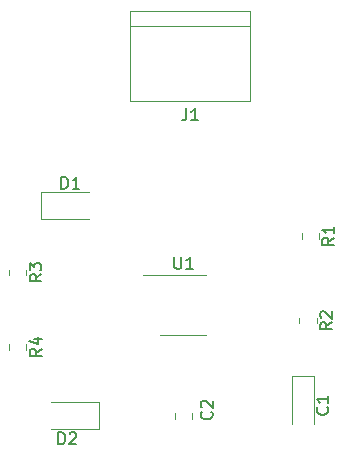
<source format=gbr>
%TF.GenerationSoftware,KiCad,Pcbnew,(7.0.0)*%
%TF.CreationDate,2023-02-16T14:42:30-08:00*%
%TF.ProjectId,Lab 4 E2,4c616220-3420-4453-922e-6b696361645f,rev?*%
%TF.SameCoordinates,Original*%
%TF.FileFunction,Legend,Top*%
%TF.FilePolarity,Positive*%
%FSLAX46Y46*%
G04 Gerber Fmt 4.6, Leading zero omitted, Abs format (unit mm)*
G04 Created by KiCad (PCBNEW (7.0.0)) date 2023-02-16 14:42:30*
%MOMM*%
%LPD*%
G01*
G04 APERTURE LIST*
%ADD10C,0.150000*%
%ADD11C,0.120000*%
G04 APERTURE END LIST*
D10*
%TO.C,D2*%
X47267905Y-60819380D02*
X47267905Y-59819380D01*
X47267905Y-59819380D02*
X47506000Y-59819380D01*
X47506000Y-59819380D02*
X47648857Y-59867000D01*
X47648857Y-59867000D02*
X47744095Y-59962238D01*
X47744095Y-59962238D02*
X47791714Y-60057476D01*
X47791714Y-60057476D02*
X47839333Y-60247952D01*
X47839333Y-60247952D02*
X47839333Y-60390809D01*
X47839333Y-60390809D02*
X47791714Y-60581285D01*
X47791714Y-60581285D02*
X47744095Y-60676523D01*
X47744095Y-60676523D02*
X47648857Y-60771761D01*
X47648857Y-60771761D02*
X47506000Y-60819380D01*
X47506000Y-60819380D02*
X47267905Y-60819380D01*
X48220286Y-59914619D02*
X48267905Y-59867000D01*
X48267905Y-59867000D02*
X48363143Y-59819380D01*
X48363143Y-59819380D02*
X48601238Y-59819380D01*
X48601238Y-59819380D02*
X48696476Y-59867000D01*
X48696476Y-59867000D02*
X48744095Y-59914619D01*
X48744095Y-59914619D02*
X48791714Y-60009857D01*
X48791714Y-60009857D02*
X48791714Y-60105095D01*
X48791714Y-60105095D02*
X48744095Y-60247952D01*
X48744095Y-60247952D02*
X48172667Y-60819380D01*
X48172667Y-60819380D02*
X48791714Y-60819380D01*
%TO.C,J1*%
X58086666Y-32387380D02*
X58086666Y-33101666D01*
X58086666Y-33101666D02*
X58039047Y-33244523D01*
X58039047Y-33244523D02*
X57943809Y-33339761D01*
X57943809Y-33339761D02*
X57800952Y-33387380D01*
X57800952Y-33387380D02*
X57705714Y-33387380D01*
X59086666Y-33387380D02*
X58515238Y-33387380D01*
X58800952Y-33387380D02*
X58800952Y-32387380D01*
X58800952Y-32387380D02*
X58705714Y-32530238D01*
X58705714Y-32530238D02*
X58610476Y-32625476D01*
X58610476Y-32625476D02*
X58515238Y-32673095D01*
%TO.C,C2*%
X60216142Y-58078666D02*
X60263761Y-58126285D01*
X60263761Y-58126285D02*
X60311380Y-58269142D01*
X60311380Y-58269142D02*
X60311380Y-58364380D01*
X60311380Y-58364380D02*
X60263761Y-58507237D01*
X60263761Y-58507237D02*
X60168523Y-58602475D01*
X60168523Y-58602475D02*
X60073285Y-58650094D01*
X60073285Y-58650094D02*
X59882809Y-58697713D01*
X59882809Y-58697713D02*
X59739952Y-58697713D01*
X59739952Y-58697713D02*
X59549476Y-58650094D01*
X59549476Y-58650094D02*
X59454238Y-58602475D01*
X59454238Y-58602475D02*
X59359000Y-58507237D01*
X59359000Y-58507237D02*
X59311380Y-58364380D01*
X59311380Y-58364380D02*
X59311380Y-58269142D01*
X59311380Y-58269142D02*
X59359000Y-58126285D01*
X59359000Y-58126285D02*
X59406619Y-58078666D01*
X59406619Y-57697713D02*
X59359000Y-57650094D01*
X59359000Y-57650094D02*
X59311380Y-57554856D01*
X59311380Y-57554856D02*
X59311380Y-57316761D01*
X59311380Y-57316761D02*
X59359000Y-57221523D01*
X59359000Y-57221523D02*
X59406619Y-57173904D01*
X59406619Y-57173904D02*
X59501857Y-57126285D01*
X59501857Y-57126285D02*
X59597095Y-57126285D01*
X59597095Y-57126285D02*
X59739952Y-57173904D01*
X59739952Y-57173904D02*
X60311380Y-57745332D01*
X60311380Y-57745332D02*
X60311380Y-57126285D01*
%TO.C,R4*%
X45837380Y-52739602D02*
X45361190Y-53072935D01*
X45837380Y-53311030D02*
X44837380Y-53311030D01*
X44837380Y-53311030D02*
X44837380Y-52930078D01*
X44837380Y-52930078D02*
X44885000Y-52834840D01*
X44885000Y-52834840D02*
X44932619Y-52787221D01*
X44932619Y-52787221D02*
X45027857Y-52739602D01*
X45027857Y-52739602D02*
X45170714Y-52739602D01*
X45170714Y-52739602D02*
X45265952Y-52787221D01*
X45265952Y-52787221D02*
X45313571Y-52834840D01*
X45313571Y-52834840D02*
X45361190Y-52930078D01*
X45361190Y-52930078D02*
X45361190Y-53311030D01*
X45170714Y-51882459D02*
X45837380Y-51882459D01*
X44789761Y-52120554D02*
X45504047Y-52358649D01*
X45504047Y-52358649D02*
X45504047Y-51739602D01*
%TO.C,R1*%
X70597380Y-43346666D02*
X70121190Y-43679999D01*
X70597380Y-43918094D02*
X69597380Y-43918094D01*
X69597380Y-43918094D02*
X69597380Y-43537142D01*
X69597380Y-43537142D02*
X69645000Y-43441904D01*
X69645000Y-43441904D02*
X69692619Y-43394285D01*
X69692619Y-43394285D02*
X69787857Y-43346666D01*
X69787857Y-43346666D02*
X69930714Y-43346666D01*
X69930714Y-43346666D02*
X70025952Y-43394285D01*
X70025952Y-43394285D02*
X70073571Y-43441904D01*
X70073571Y-43441904D02*
X70121190Y-43537142D01*
X70121190Y-43537142D02*
X70121190Y-43918094D01*
X70597380Y-42394285D02*
X70597380Y-42965713D01*
X70597380Y-42679999D02*
X69597380Y-42679999D01*
X69597380Y-42679999D02*
X69740238Y-42775237D01*
X69740238Y-42775237D02*
X69835476Y-42870475D01*
X69835476Y-42870475D02*
X69883095Y-42965713D01*
%TO.C,D1*%
X47521905Y-39187380D02*
X47521905Y-38187380D01*
X47521905Y-38187380D02*
X47760000Y-38187380D01*
X47760000Y-38187380D02*
X47902857Y-38235000D01*
X47902857Y-38235000D02*
X47998095Y-38330238D01*
X47998095Y-38330238D02*
X48045714Y-38425476D01*
X48045714Y-38425476D02*
X48093333Y-38615952D01*
X48093333Y-38615952D02*
X48093333Y-38758809D01*
X48093333Y-38758809D02*
X48045714Y-38949285D01*
X48045714Y-38949285D02*
X47998095Y-39044523D01*
X47998095Y-39044523D02*
X47902857Y-39139761D01*
X47902857Y-39139761D02*
X47760000Y-39187380D01*
X47760000Y-39187380D02*
X47521905Y-39187380D01*
X49045714Y-39187380D02*
X48474286Y-39187380D01*
X48760000Y-39187380D02*
X48760000Y-38187380D01*
X48760000Y-38187380D02*
X48664762Y-38330238D01*
X48664762Y-38330238D02*
X48569524Y-38425476D01*
X48569524Y-38425476D02*
X48474286Y-38473095D01*
%TO.C,U1*%
X57088095Y-44977380D02*
X57088095Y-45786904D01*
X57088095Y-45786904D02*
X57135714Y-45882142D01*
X57135714Y-45882142D02*
X57183333Y-45929761D01*
X57183333Y-45929761D02*
X57278571Y-45977380D01*
X57278571Y-45977380D02*
X57469047Y-45977380D01*
X57469047Y-45977380D02*
X57564285Y-45929761D01*
X57564285Y-45929761D02*
X57611904Y-45882142D01*
X57611904Y-45882142D02*
X57659523Y-45786904D01*
X57659523Y-45786904D02*
X57659523Y-44977380D01*
X58659523Y-45977380D02*
X58088095Y-45977380D01*
X58373809Y-45977380D02*
X58373809Y-44977380D01*
X58373809Y-44977380D02*
X58278571Y-45120238D01*
X58278571Y-45120238D02*
X58183333Y-45215476D01*
X58183333Y-45215476D02*
X58088095Y-45263095D01*
%TO.C,C1*%
X70022142Y-57684166D02*
X70069761Y-57731785D01*
X70069761Y-57731785D02*
X70117380Y-57874642D01*
X70117380Y-57874642D02*
X70117380Y-57969880D01*
X70117380Y-57969880D02*
X70069761Y-58112737D01*
X70069761Y-58112737D02*
X69974523Y-58207975D01*
X69974523Y-58207975D02*
X69879285Y-58255594D01*
X69879285Y-58255594D02*
X69688809Y-58303213D01*
X69688809Y-58303213D02*
X69545952Y-58303213D01*
X69545952Y-58303213D02*
X69355476Y-58255594D01*
X69355476Y-58255594D02*
X69260238Y-58207975D01*
X69260238Y-58207975D02*
X69165000Y-58112737D01*
X69165000Y-58112737D02*
X69117380Y-57969880D01*
X69117380Y-57969880D02*
X69117380Y-57874642D01*
X69117380Y-57874642D02*
X69165000Y-57731785D01*
X69165000Y-57731785D02*
X69212619Y-57684166D01*
X70117380Y-56731785D02*
X70117380Y-57303213D01*
X70117380Y-57017499D02*
X69117380Y-57017499D01*
X69117380Y-57017499D02*
X69260238Y-57112737D01*
X69260238Y-57112737D02*
X69355476Y-57207975D01*
X69355476Y-57207975D02*
X69403095Y-57303213D01*
%TO.C,R3*%
X45822380Y-46426666D02*
X45346190Y-46759999D01*
X45822380Y-46998094D02*
X44822380Y-46998094D01*
X44822380Y-46998094D02*
X44822380Y-46617142D01*
X44822380Y-46617142D02*
X44870000Y-46521904D01*
X44870000Y-46521904D02*
X44917619Y-46474285D01*
X44917619Y-46474285D02*
X45012857Y-46426666D01*
X45012857Y-46426666D02*
X45155714Y-46426666D01*
X45155714Y-46426666D02*
X45250952Y-46474285D01*
X45250952Y-46474285D02*
X45298571Y-46521904D01*
X45298571Y-46521904D02*
X45346190Y-46617142D01*
X45346190Y-46617142D02*
X45346190Y-46998094D01*
X44822380Y-46093332D02*
X44822380Y-45474285D01*
X44822380Y-45474285D02*
X45203333Y-45807618D01*
X45203333Y-45807618D02*
X45203333Y-45664761D01*
X45203333Y-45664761D02*
X45250952Y-45569523D01*
X45250952Y-45569523D02*
X45298571Y-45521904D01*
X45298571Y-45521904D02*
X45393809Y-45474285D01*
X45393809Y-45474285D02*
X45631904Y-45474285D01*
X45631904Y-45474285D02*
X45727142Y-45521904D01*
X45727142Y-45521904D02*
X45774761Y-45569523D01*
X45774761Y-45569523D02*
X45822380Y-45664761D01*
X45822380Y-45664761D02*
X45822380Y-45950475D01*
X45822380Y-45950475D02*
X45774761Y-46045713D01*
X45774761Y-46045713D02*
X45727142Y-46093332D01*
%TO.C,R2*%
X70417380Y-50512538D02*
X69941190Y-50845871D01*
X70417380Y-51083966D02*
X69417380Y-51083966D01*
X69417380Y-51083966D02*
X69417380Y-50703014D01*
X69417380Y-50703014D02*
X69465000Y-50607776D01*
X69465000Y-50607776D02*
X69512619Y-50560157D01*
X69512619Y-50560157D02*
X69607857Y-50512538D01*
X69607857Y-50512538D02*
X69750714Y-50512538D01*
X69750714Y-50512538D02*
X69845952Y-50560157D01*
X69845952Y-50560157D02*
X69893571Y-50607776D01*
X69893571Y-50607776D02*
X69941190Y-50703014D01*
X69941190Y-50703014D02*
X69941190Y-51083966D01*
X69512619Y-50131585D02*
X69465000Y-50083966D01*
X69465000Y-50083966D02*
X69417380Y-49988728D01*
X69417380Y-49988728D02*
X69417380Y-49750633D01*
X69417380Y-49750633D02*
X69465000Y-49655395D01*
X69465000Y-49655395D02*
X69512619Y-49607776D01*
X69512619Y-49607776D02*
X69607857Y-49560157D01*
X69607857Y-49560157D02*
X69703095Y-49560157D01*
X69703095Y-49560157D02*
X69845952Y-49607776D01*
X69845952Y-49607776D02*
X70417380Y-50179204D01*
X70417380Y-50179204D02*
X70417380Y-49560157D01*
D11*
%TO.C,D2*%
X50720000Y-59555000D02*
X50720000Y-57285000D01*
X50720000Y-57285000D02*
X46660000Y-57285000D01*
X46660000Y-59555000D02*
X50720000Y-59555000D01*
%TO.C,J1*%
X63500000Y-31750000D02*
X63500000Y-24130000D01*
X63500000Y-24130000D02*
X53340000Y-24130000D01*
X53340000Y-31750000D02*
X63500000Y-31750000D01*
X53340000Y-25400000D02*
X63500000Y-25400000D01*
X53340000Y-24130000D02*
X53340000Y-31750000D01*
%TO.C,C2*%
X58600000Y-58158748D02*
X58600000Y-58681252D01*
X57130000Y-58158748D02*
X57130000Y-58681252D01*
%TO.C,R4*%
X44555000Y-52345872D02*
X44555000Y-52800000D01*
X43085000Y-52345872D02*
X43085000Y-52800000D01*
%TO.C,R1*%
X69315000Y-42952936D02*
X69315000Y-43407064D01*
X67845000Y-42952936D02*
X67845000Y-43407064D01*
%TO.C,D1*%
X45800000Y-39505000D02*
X45800000Y-41775000D01*
X45800000Y-41775000D02*
X49860000Y-41775000D01*
X49860000Y-39505000D02*
X45800000Y-39505000D01*
%TO.C,U1*%
X57850000Y-46450000D02*
X54400000Y-46450000D01*
X57850000Y-46450000D02*
X59800000Y-46450000D01*
X57850000Y-51570000D02*
X55900000Y-51570000D01*
X57850000Y-51570000D02*
X59800000Y-51570000D01*
%TO.C,C1*%
X68935000Y-55032500D02*
X67065000Y-55032500D01*
X67065000Y-55032500D02*
X67065000Y-59117500D01*
X68935000Y-59117500D02*
X68935000Y-55032500D01*
%TO.C,R3*%
X44540000Y-46032936D02*
X44540000Y-46487064D01*
X43070000Y-46032936D02*
X43070000Y-46487064D01*
%TO.C,R2*%
X69135000Y-50118808D02*
X69135000Y-50572936D01*
X67665000Y-50118808D02*
X67665000Y-50572936D01*
%TD*%
M02*

</source>
